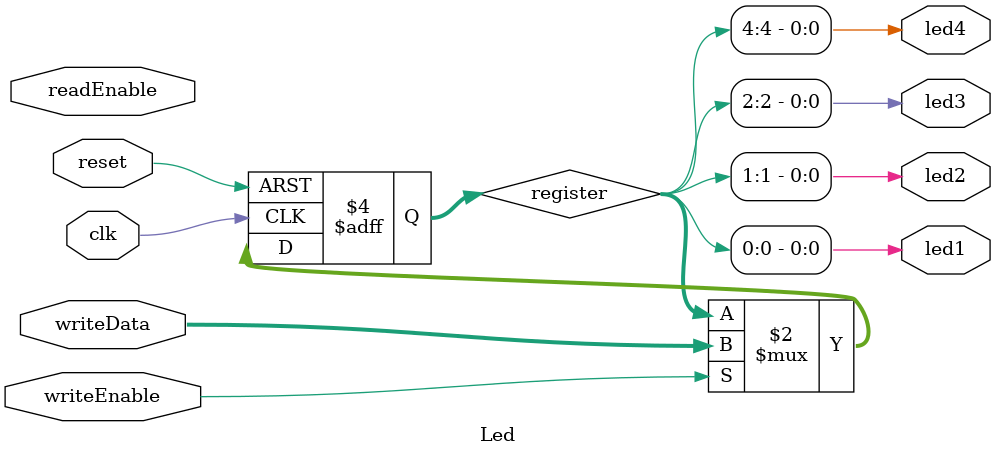
<source format=sv>
module Led(
    input logic reset, writeEnable, readEnable, clk,
    //Pins 
    input logic [7:0] writeData,
    output logic led1, led2, led3, led4
);

    logic [7:0] register;

    always_ff @(posedge clk, posedge reset) begin
        if(reset) begin
            register <= 8'b00000000;
        end else if (writeEnable) begin
            register <= writeData;
        end
    end

    assign led1 = register[0];
    assign led2 = register[1];
    assign led3 = register[2];
    assign led4 = register[4];

endmodule
</source>
